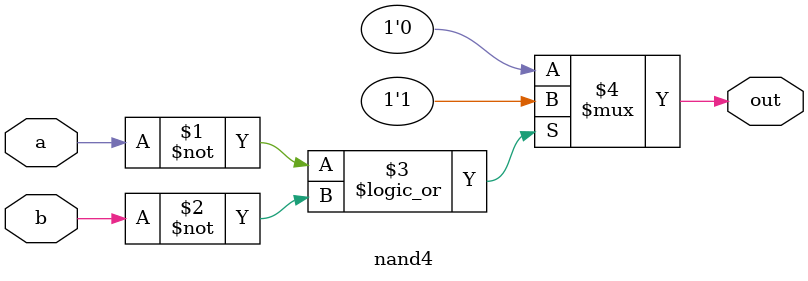
<source format=v>
module nand4 (
  input a,
  input b,
  output out
);

  assign out = (a == 1'b0 || b == 1'b0) ? 1'b1 : 1'b0; // NAND using conditional expression

endmodule

</source>
